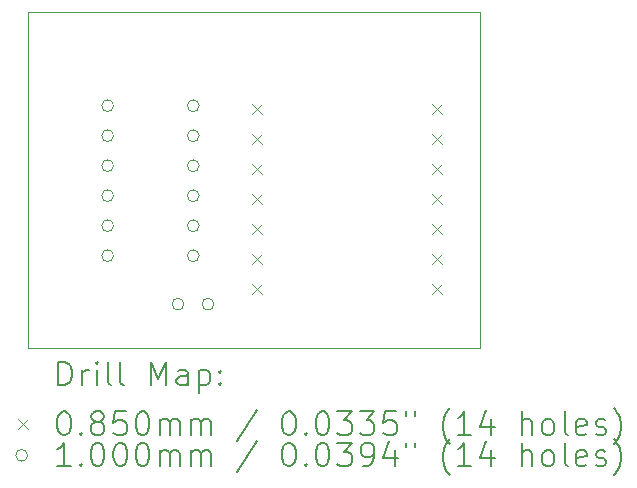
<source format=gbr>
%TF.GenerationSoftware,KiCad,Pcbnew,8.0.4-8.0.4-0~ubuntu22.04.1*%
%TF.CreationDate,2024-07-26T18:01:16+09:00*%
%TF.ProjectId,ESP32C3XIAO_mother,45535033-3243-4335-9849-414f5f6d6f74,rev?*%
%TF.SameCoordinates,Original*%
%TF.FileFunction,Drillmap*%
%TF.FilePolarity,Positive*%
%FSLAX45Y45*%
G04 Gerber Fmt 4.5, Leading zero omitted, Abs format (unit mm)*
G04 Created by KiCad (PCBNEW 8.0.4-8.0.4-0~ubuntu22.04.1) date 2024-07-26 18:01:16*
%MOMM*%
%LPD*%
G01*
G04 APERTURE LIST*
%ADD10C,0.050000*%
%ADD11C,0.200000*%
%ADD12C,0.100000*%
G04 APERTURE END LIST*
D10*
X11200000Y-6475000D02*
X15025000Y-6475000D01*
X15025000Y-9325000D01*
X11200000Y-9325000D01*
X11200000Y-6475000D01*
D11*
D12*
X13097000Y-7256600D02*
X13182000Y-7341600D01*
X13182000Y-7256600D02*
X13097000Y-7341600D01*
X13097000Y-7510600D02*
X13182000Y-7595600D01*
X13182000Y-7510600D02*
X13097000Y-7595600D01*
X13097000Y-7764600D02*
X13182000Y-7849600D01*
X13182000Y-7764600D02*
X13097000Y-7849600D01*
X13097000Y-8018600D02*
X13182000Y-8103600D01*
X13182000Y-8018600D02*
X13097000Y-8103600D01*
X13097000Y-8272600D02*
X13182000Y-8357600D01*
X13182000Y-8272600D02*
X13097000Y-8357600D01*
X13097000Y-8526600D02*
X13182000Y-8611600D01*
X13182000Y-8526600D02*
X13097000Y-8611600D01*
X13097000Y-8780600D02*
X13182000Y-8865600D01*
X13182000Y-8780600D02*
X13097000Y-8865600D01*
X14621000Y-7256600D02*
X14706000Y-7341600D01*
X14706000Y-7256600D02*
X14621000Y-7341600D01*
X14621000Y-7510600D02*
X14706000Y-7595600D01*
X14706000Y-7510600D02*
X14621000Y-7595600D01*
X14621000Y-7764600D02*
X14706000Y-7849600D01*
X14706000Y-7764600D02*
X14621000Y-7849600D01*
X14621000Y-8018600D02*
X14706000Y-8103600D01*
X14706000Y-8018600D02*
X14621000Y-8103600D01*
X14621000Y-8272600D02*
X14706000Y-8357600D01*
X14706000Y-8272600D02*
X14621000Y-8357600D01*
X14621000Y-8526600D02*
X14706000Y-8611600D01*
X14706000Y-8526600D02*
X14621000Y-8611600D01*
X14621000Y-8780600D02*
X14706000Y-8865600D01*
X14706000Y-8780600D02*
X14621000Y-8865600D01*
X11925000Y-7271000D02*
G75*
G02*
X11825000Y-7271000I-50000J0D01*
G01*
X11825000Y-7271000D02*
G75*
G02*
X11925000Y-7271000I50000J0D01*
G01*
X11925000Y-7525000D02*
G75*
G02*
X11825000Y-7525000I-50000J0D01*
G01*
X11825000Y-7525000D02*
G75*
G02*
X11925000Y-7525000I50000J0D01*
G01*
X11925000Y-7779000D02*
G75*
G02*
X11825000Y-7779000I-50000J0D01*
G01*
X11825000Y-7779000D02*
G75*
G02*
X11925000Y-7779000I50000J0D01*
G01*
X11925000Y-8033000D02*
G75*
G02*
X11825000Y-8033000I-50000J0D01*
G01*
X11825000Y-8033000D02*
G75*
G02*
X11925000Y-8033000I50000J0D01*
G01*
X11925000Y-8287000D02*
G75*
G02*
X11825000Y-8287000I-50000J0D01*
G01*
X11825000Y-8287000D02*
G75*
G02*
X11925000Y-8287000I50000J0D01*
G01*
X11925000Y-8541000D02*
G75*
G02*
X11825000Y-8541000I-50000J0D01*
G01*
X11825000Y-8541000D02*
G75*
G02*
X11925000Y-8541000I50000J0D01*
G01*
X12521000Y-8950000D02*
G75*
G02*
X12421000Y-8950000I-50000J0D01*
G01*
X12421000Y-8950000D02*
G75*
G02*
X12521000Y-8950000I50000J0D01*
G01*
X12650000Y-7271000D02*
G75*
G02*
X12550000Y-7271000I-50000J0D01*
G01*
X12550000Y-7271000D02*
G75*
G02*
X12650000Y-7271000I50000J0D01*
G01*
X12650000Y-7525000D02*
G75*
G02*
X12550000Y-7525000I-50000J0D01*
G01*
X12550000Y-7525000D02*
G75*
G02*
X12650000Y-7525000I50000J0D01*
G01*
X12650000Y-7779000D02*
G75*
G02*
X12550000Y-7779000I-50000J0D01*
G01*
X12550000Y-7779000D02*
G75*
G02*
X12650000Y-7779000I50000J0D01*
G01*
X12650000Y-8033000D02*
G75*
G02*
X12550000Y-8033000I-50000J0D01*
G01*
X12550000Y-8033000D02*
G75*
G02*
X12650000Y-8033000I50000J0D01*
G01*
X12650000Y-8287000D02*
G75*
G02*
X12550000Y-8287000I-50000J0D01*
G01*
X12550000Y-8287000D02*
G75*
G02*
X12650000Y-8287000I50000J0D01*
G01*
X12650000Y-8541000D02*
G75*
G02*
X12550000Y-8541000I-50000J0D01*
G01*
X12550000Y-8541000D02*
G75*
G02*
X12650000Y-8541000I50000J0D01*
G01*
X12775000Y-8950000D02*
G75*
G02*
X12675000Y-8950000I-50000J0D01*
G01*
X12675000Y-8950000D02*
G75*
G02*
X12775000Y-8950000I50000J0D01*
G01*
D11*
X11458277Y-9638984D02*
X11458277Y-9438984D01*
X11458277Y-9438984D02*
X11505896Y-9438984D01*
X11505896Y-9438984D02*
X11534467Y-9448508D01*
X11534467Y-9448508D02*
X11553515Y-9467555D01*
X11553515Y-9467555D02*
X11563039Y-9486603D01*
X11563039Y-9486603D02*
X11572562Y-9524698D01*
X11572562Y-9524698D02*
X11572562Y-9553270D01*
X11572562Y-9553270D02*
X11563039Y-9591365D01*
X11563039Y-9591365D02*
X11553515Y-9610412D01*
X11553515Y-9610412D02*
X11534467Y-9629460D01*
X11534467Y-9629460D02*
X11505896Y-9638984D01*
X11505896Y-9638984D02*
X11458277Y-9638984D01*
X11658277Y-9638984D02*
X11658277Y-9505650D01*
X11658277Y-9543746D02*
X11667801Y-9524698D01*
X11667801Y-9524698D02*
X11677324Y-9515174D01*
X11677324Y-9515174D02*
X11696372Y-9505650D01*
X11696372Y-9505650D02*
X11715420Y-9505650D01*
X11782086Y-9638984D02*
X11782086Y-9505650D01*
X11782086Y-9438984D02*
X11772562Y-9448508D01*
X11772562Y-9448508D02*
X11782086Y-9458031D01*
X11782086Y-9458031D02*
X11791610Y-9448508D01*
X11791610Y-9448508D02*
X11782086Y-9438984D01*
X11782086Y-9438984D02*
X11782086Y-9458031D01*
X11905896Y-9638984D02*
X11886848Y-9629460D01*
X11886848Y-9629460D02*
X11877324Y-9610412D01*
X11877324Y-9610412D02*
X11877324Y-9438984D01*
X12010658Y-9638984D02*
X11991610Y-9629460D01*
X11991610Y-9629460D02*
X11982086Y-9610412D01*
X11982086Y-9610412D02*
X11982086Y-9438984D01*
X12239229Y-9638984D02*
X12239229Y-9438984D01*
X12239229Y-9438984D02*
X12305896Y-9581841D01*
X12305896Y-9581841D02*
X12372562Y-9438984D01*
X12372562Y-9438984D02*
X12372562Y-9638984D01*
X12553515Y-9638984D02*
X12553515Y-9534222D01*
X12553515Y-9534222D02*
X12543991Y-9515174D01*
X12543991Y-9515174D02*
X12524943Y-9505650D01*
X12524943Y-9505650D02*
X12486848Y-9505650D01*
X12486848Y-9505650D02*
X12467801Y-9515174D01*
X12553515Y-9629460D02*
X12534467Y-9638984D01*
X12534467Y-9638984D02*
X12486848Y-9638984D01*
X12486848Y-9638984D02*
X12467801Y-9629460D01*
X12467801Y-9629460D02*
X12458277Y-9610412D01*
X12458277Y-9610412D02*
X12458277Y-9591365D01*
X12458277Y-9591365D02*
X12467801Y-9572317D01*
X12467801Y-9572317D02*
X12486848Y-9562793D01*
X12486848Y-9562793D02*
X12534467Y-9562793D01*
X12534467Y-9562793D02*
X12553515Y-9553270D01*
X12648753Y-9505650D02*
X12648753Y-9705650D01*
X12648753Y-9515174D02*
X12667801Y-9505650D01*
X12667801Y-9505650D02*
X12705896Y-9505650D01*
X12705896Y-9505650D02*
X12724943Y-9515174D01*
X12724943Y-9515174D02*
X12734467Y-9524698D01*
X12734467Y-9524698D02*
X12743991Y-9543746D01*
X12743991Y-9543746D02*
X12743991Y-9600889D01*
X12743991Y-9600889D02*
X12734467Y-9619936D01*
X12734467Y-9619936D02*
X12724943Y-9629460D01*
X12724943Y-9629460D02*
X12705896Y-9638984D01*
X12705896Y-9638984D02*
X12667801Y-9638984D01*
X12667801Y-9638984D02*
X12648753Y-9629460D01*
X12829705Y-9619936D02*
X12839229Y-9629460D01*
X12839229Y-9629460D02*
X12829705Y-9638984D01*
X12829705Y-9638984D02*
X12820182Y-9629460D01*
X12820182Y-9629460D02*
X12829705Y-9619936D01*
X12829705Y-9619936D02*
X12829705Y-9638984D01*
X12829705Y-9515174D02*
X12839229Y-9524698D01*
X12839229Y-9524698D02*
X12829705Y-9534222D01*
X12829705Y-9534222D02*
X12820182Y-9524698D01*
X12820182Y-9524698D02*
X12829705Y-9515174D01*
X12829705Y-9515174D02*
X12829705Y-9534222D01*
D12*
X11112500Y-9925000D02*
X11197500Y-10010000D01*
X11197500Y-9925000D02*
X11112500Y-10010000D01*
D11*
X11496372Y-9858984D02*
X11515420Y-9858984D01*
X11515420Y-9858984D02*
X11534467Y-9868508D01*
X11534467Y-9868508D02*
X11543991Y-9878031D01*
X11543991Y-9878031D02*
X11553515Y-9897079D01*
X11553515Y-9897079D02*
X11563039Y-9935174D01*
X11563039Y-9935174D02*
X11563039Y-9982793D01*
X11563039Y-9982793D02*
X11553515Y-10020889D01*
X11553515Y-10020889D02*
X11543991Y-10039936D01*
X11543991Y-10039936D02*
X11534467Y-10049460D01*
X11534467Y-10049460D02*
X11515420Y-10058984D01*
X11515420Y-10058984D02*
X11496372Y-10058984D01*
X11496372Y-10058984D02*
X11477324Y-10049460D01*
X11477324Y-10049460D02*
X11467801Y-10039936D01*
X11467801Y-10039936D02*
X11458277Y-10020889D01*
X11458277Y-10020889D02*
X11448753Y-9982793D01*
X11448753Y-9982793D02*
X11448753Y-9935174D01*
X11448753Y-9935174D02*
X11458277Y-9897079D01*
X11458277Y-9897079D02*
X11467801Y-9878031D01*
X11467801Y-9878031D02*
X11477324Y-9868508D01*
X11477324Y-9868508D02*
X11496372Y-9858984D01*
X11648753Y-10039936D02*
X11658277Y-10049460D01*
X11658277Y-10049460D02*
X11648753Y-10058984D01*
X11648753Y-10058984D02*
X11639229Y-10049460D01*
X11639229Y-10049460D02*
X11648753Y-10039936D01*
X11648753Y-10039936D02*
X11648753Y-10058984D01*
X11772562Y-9944698D02*
X11753515Y-9935174D01*
X11753515Y-9935174D02*
X11743991Y-9925650D01*
X11743991Y-9925650D02*
X11734467Y-9906603D01*
X11734467Y-9906603D02*
X11734467Y-9897079D01*
X11734467Y-9897079D02*
X11743991Y-9878031D01*
X11743991Y-9878031D02*
X11753515Y-9868508D01*
X11753515Y-9868508D02*
X11772562Y-9858984D01*
X11772562Y-9858984D02*
X11810658Y-9858984D01*
X11810658Y-9858984D02*
X11829705Y-9868508D01*
X11829705Y-9868508D02*
X11839229Y-9878031D01*
X11839229Y-9878031D02*
X11848753Y-9897079D01*
X11848753Y-9897079D02*
X11848753Y-9906603D01*
X11848753Y-9906603D02*
X11839229Y-9925650D01*
X11839229Y-9925650D02*
X11829705Y-9935174D01*
X11829705Y-9935174D02*
X11810658Y-9944698D01*
X11810658Y-9944698D02*
X11772562Y-9944698D01*
X11772562Y-9944698D02*
X11753515Y-9954222D01*
X11753515Y-9954222D02*
X11743991Y-9963746D01*
X11743991Y-9963746D02*
X11734467Y-9982793D01*
X11734467Y-9982793D02*
X11734467Y-10020889D01*
X11734467Y-10020889D02*
X11743991Y-10039936D01*
X11743991Y-10039936D02*
X11753515Y-10049460D01*
X11753515Y-10049460D02*
X11772562Y-10058984D01*
X11772562Y-10058984D02*
X11810658Y-10058984D01*
X11810658Y-10058984D02*
X11829705Y-10049460D01*
X11829705Y-10049460D02*
X11839229Y-10039936D01*
X11839229Y-10039936D02*
X11848753Y-10020889D01*
X11848753Y-10020889D02*
X11848753Y-9982793D01*
X11848753Y-9982793D02*
X11839229Y-9963746D01*
X11839229Y-9963746D02*
X11829705Y-9954222D01*
X11829705Y-9954222D02*
X11810658Y-9944698D01*
X12029705Y-9858984D02*
X11934467Y-9858984D01*
X11934467Y-9858984D02*
X11924943Y-9954222D01*
X11924943Y-9954222D02*
X11934467Y-9944698D01*
X11934467Y-9944698D02*
X11953515Y-9935174D01*
X11953515Y-9935174D02*
X12001134Y-9935174D01*
X12001134Y-9935174D02*
X12020182Y-9944698D01*
X12020182Y-9944698D02*
X12029705Y-9954222D01*
X12029705Y-9954222D02*
X12039229Y-9973270D01*
X12039229Y-9973270D02*
X12039229Y-10020889D01*
X12039229Y-10020889D02*
X12029705Y-10039936D01*
X12029705Y-10039936D02*
X12020182Y-10049460D01*
X12020182Y-10049460D02*
X12001134Y-10058984D01*
X12001134Y-10058984D02*
X11953515Y-10058984D01*
X11953515Y-10058984D02*
X11934467Y-10049460D01*
X11934467Y-10049460D02*
X11924943Y-10039936D01*
X12163039Y-9858984D02*
X12182086Y-9858984D01*
X12182086Y-9858984D02*
X12201134Y-9868508D01*
X12201134Y-9868508D02*
X12210658Y-9878031D01*
X12210658Y-9878031D02*
X12220182Y-9897079D01*
X12220182Y-9897079D02*
X12229705Y-9935174D01*
X12229705Y-9935174D02*
X12229705Y-9982793D01*
X12229705Y-9982793D02*
X12220182Y-10020889D01*
X12220182Y-10020889D02*
X12210658Y-10039936D01*
X12210658Y-10039936D02*
X12201134Y-10049460D01*
X12201134Y-10049460D02*
X12182086Y-10058984D01*
X12182086Y-10058984D02*
X12163039Y-10058984D01*
X12163039Y-10058984D02*
X12143991Y-10049460D01*
X12143991Y-10049460D02*
X12134467Y-10039936D01*
X12134467Y-10039936D02*
X12124943Y-10020889D01*
X12124943Y-10020889D02*
X12115420Y-9982793D01*
X12115420Y-9982793D02*
X12115420Y-9935174D01*
X12115420Y-9935174D02*
X12124943Y-9897079D01*
X12124943Y-9897079D02*
X12134467Y-9878031D01*
X12134467Y-9878031D02*
X12143991Y-9868508D01*
X12143991Y-9868508D02*
X12163039Y-9858984D01*
X12315420Y-10058984D02*
X12315420Y-9925650D01*
X12315420Y-9944698D02*
X12324943Y-9935174D01*
X12324943Y-9935174D02*
X12343991Y-9925650D01*
X12343991Y-9925650D02*
X12372563Y-9925650D01*
X12372563Y-9925650D02*
X12391610Y-9935174D01*
X12391610Y-9935174D02*
X12401134Y-9954222D01*
X12401134Y-9954222D02*
X12401134Y-10058984D01*
X12401134Y-9954222D02*
X12410658Y-9935174D01*
X12410658Y-9935174D02*
X12429705Y-9925650D01*
X12429705Y-9925650D02*
X12458277Y-9925650D01*
X12458277Y-9925650D02*
X12477324Y-9935174D01*
X12477324Y-9935174D02*
X12486848Y-9954222D01*
X12486848Y-9954222D02*
X12486848Y-10058984D01*
X12582086Y-10058984D02*
X12582086Y-9925650D01*
X12582086Y-9944698D02*
X12591610Y-9935174D01*
X12591610Y-9935174D02*
X12610658Y-9925650D01*
X12610658Y-9925650D02*
X12639229Y-9925650D01*
X12639229Y-9925650D02*
X12658277Y-9935174D01*
X12658277Y-9935174D02*
X12667801Y-9954222D01*
X12667801Y-9954222D02*
X12667801Y-10058984D01*
X12667801Y-9954222D02*
X12677324Y-9935174D01*
X12677324Y-9935174D02*
X12696372Y-9925650D01*
X12696372Y-9925650D02*
X12724943Y-9925650D01*
X12724943Y-9925650D02*
X12743991Y-9935174D01*
X12743991Y-9935174D02*
X12753515Y-9954222D01*
X12753515Y-9954222D02*
X12753515Y-10058984D01*
X13143991Y-9849460D02*
X12972563Y-10106603D01*
X13401134Y-9858984D02*
X13420182Y-9858984D01*
X13420182Y-9858984D02*
X13439229Y-9868508D01*
X13439229Y-9868508D02*
X13448753Y-9878031D01*
X13448753Y-9878031D02*
X13458277Y-9897079D01*
X13458277Y-9897079D02*
X13467801Y-9935174D01*
X13467801Y-9935174D02*
X13467801Y-9982793D01*
X13467801Y-9982793D02*
X13458277Y-10020889D01*
X13458277Y-10020889D02*
X13448753Y-10039936D01*
X13448753Y-10039936D02*
X13439229Y-10049460D01*
X13439229Y-10049460D02*
X13420182Y-10058984D01*
X13420182Y-10058984D02*
X13401134Y-10058984D01*
X13401134Y-10058984D02*
X13382086Y-10049460D01*
X13382086Y-10049460D02*
X13372563Y-10039936D01*
X13372563Y-10039936D02*
X13363039Y-10020889D01*
X13363039Y-10020889D02*
X13353515Y-9982793D01*
X13353515Y-9982793D02*
X13353515Y-9935174D01*
X13353515Y-9935174D02*
X13363039Y-9897079D01*
X13363039Y-9897079D02*
X13372563Y-9878031D01*
X13372563Y-9878031D02*
X13382086Y-9868508D01*
X13382086Y-9868508D02*
X13401134Y-9858984D01*
X13553515Y-10039936D02*
X13563039Y-10049460D01*
X13563039Y-10049460D02*
X13553515Y-10058984D01*
X13553515Y-10058984D02*
X13543991Y-10049460D01*
X13543991Y-10049460D02*
X13553515Y-10039936D01*
X13553515Y-10039936D02*
X13553515Y-10058984D01*
X13686848Y-9858984D02*
X13705896Y-9858984D01*
X13705896Y-9858984D02*
X13724944Y-9868508D01*
X13724944Y-9868508D02*
X13734467Y-9878031D01*
X13734467Y-9878031D02*
X13743991Y-9897079D01*
X13743991Y-9897079D02*
X13753515Y-9935174D01*
X13753515Y-9935174D02*
X13753515Y-9982793D01*
X13753515Y-9982793D02*
X13743991Y-10020889D01*
X13743991Y-10020889D02*
X13734467Y-10039936D01*
X13734467Y-10039936D02*
X13724944Y-10049460D01*
X13724944Y-10049460D02*
X13705896Y-10058984D01*
X13705896Y-10058984D02*
X13686848Y-10058984D01*
X13686848Y-10058984D02*
X13667801Y-10049460D01*
X13667801Y-10049460D02*
X13658277Y-10039936D01*
X13658277Y-10039936D02*
X13648753Y-10020889D01*
X13648753Y-10020889D02*
X13639229Y-9982793D01*
X13639229Y-9982793D02*
X13639229Y-9935174D01*
X13639229Y-9935174D02*
X13648753Y-9897079D01*
X13648753Y-9897079D02*
X13658277Y-9878031D01*
X13658277Y-9878031D02*
X13667801Y-9868508D01*
X13667801Y-9868508D02*
X13686848Y-9858984D01*
X13820182Y-9858984D02*
X13943991Y-9858984D01*
X13943991Y-9858984D02*
X13877325Y-9935174D01*
X13877325Y-9935174D02*
X13905896Y-9935174D01*
X13905896Y-9935174D02*
X13924944Y-9944698D01*
X13924944Y-9944698D02*
X13934467Y-9954222D01*
X13934467Y-9954222D02*
X13943991Y-9973270D01*
X13943991Y-9973270D02*
X13943991Y-10020889D01*
X13943991Y-10020889D02*
X13934467Y-10039936D01*
X13934467Y-10039936D02*
X13924944Y-10049460D01*
X13924944Y-10049460D02*
X13905896Y-10058984D01*
X13905896Y-10058984D02*
X13848753Y-10058984D01*
X13848753Y-10058984D02*
X13829706Y-10049460D01*
X13829706Y-10049460D02*
X13820182Y-10039936D01*
X14010658Y-9858984D02*
X14134467Y-9858984D01*
X14134467Y-9858984D02*
X14067801Y-9935174D01*
X14067801Y-9935174D02*
X14096372Y-9935174D01*
X14096372Y-9935174D02*
X14115420Y-9944698D01*
X14115420Y-9944698D02*
X14124944Y-9954222D01*
X14124944Y-9954222D02*
X14134467Y-9973270D01*
X14134467Y-9973270D02*
X14134467Y-10020889D01*
X14134467Y-10020889D02*
X14124944Y-10039936D01*
X14124944Y-10039936D02*
X14115420Y-10049460D01*
X14115420Y-10049460D02*
X14096372Y-10058984D01*
X14096372Y-10058984D02*
X14039229Y-10058984D01*
X14039229Y-10058984D02*
X14020182Y-10049460D01*
X14020182Y-10049460D02*
X14010658Y-10039936D01*
X14315420Y-9858984D02*
X14220182Y-9858984D01*
X14220182Y-9858984D02*
X14210658Y-9954222D01*
X14210658Y-9954222D02*
X14220182Y-9944698D01*
X14220182Y-9944698D02*
X14239229Y-9935174D01*
X14239229Y-9935174D02*
X14286848Y-9935174D01*
X14286848Y-9935174D02*
X14305896Y-9944698D01*
X14305896Y-9944698D02*
X14315420Y-9954222D01*
X14315420Y-9954222D02*
X14324944Y-9973270D01*
X14324944Y-9973270D02*
X14324944Y-10020889D01*
X14324944Y-10020889D02*
X14315420Y-10039936D01*
X14315420Y-10039936D02*
X14305896Y-10049460D01*
X14305896Y-10049460D02*
X14286848Y-10058984D01*
X14286848Y-10058984D02*
X14239229Y-10058984D01*
X14239229Y-10058984D02*
X14220182Y-10049460D01*
X14220182Y-10049460D02*
X14210658Y-10039936D01*
X14401134Y-9858984D02*
X14401134Y-9897079D01*
X14477325Y-9858984D02*
X14477325Y-9897079D01*
X14772563Y-10135174D02*
X14763039Y-10125650D01*
X14763039Y-10125650D02*
X14743991Y-10097079D01*
X14743991Y-10097079D02*
X14734468Y-10078031D01*
X14734468Y-10078031D02*
X14724944Y-10049460D01*
X14724944Y-10049460D02*
X14715420Y-10001841D01*
X14715420Y-10001841D02*
X14715420Y-9963746D01*
X14715420Y-9963746D02*
X14724944Y-9916127D01*
X14724944Y-9916127D02*
X14734468Y-9887555D01*
X14734468Y-9887555D02*
X14743991Y-9868508D01*
X14743991Y-9868508D02*
X14763039Y-9839936D01*
X14763039Y-9839936D02*
X14772563Y-9830412D01*
X14953515Y-10058984D02*
X14839229Y-10058984D01*
X14896372Y-10058984D02*
X14896372Y-9858984D01*
X14896372Y-9858984D02*
X14877325Y-9887555D01*
X14877325Y-9887555D02*
X14858277Y-9906603D01*
X14858277Y-9906603D02*
X14839229Y-9916127D01*
X15124944Y-9925650D02*
X15124944Y-10058984D01*
X15077325Y-9849460D02*
X15029706Y-9992317D01*
X15029706Y-9992317D02*
X15153515Y-9992317D01*
X15382087Y-10058984D02*
X15382087Y-9858984D01*
X15467801Y-10058984D02*
X15467801Y-9954222D01*
X15467801Y-9954222D02*
X15458277Y-9935174D01*
X15458277Y-9935174D02*
X15439230Y-9925650D01*
X15439230Y-9925650D02*
X15410658Y-9925650D01*
X15410658Y-9925650D02*
X15391610Y-9935174D01*
X15391610Y-9935174D02*
X15382087Y-9944698D01*
X15591610Y-10058984D02*
X15572563Y-10049460D01*
X15572563Y-10049460D02*
X15563039Y-10039936D01*
X15563039Y-10039936D02*
X15553515Y-10020889D01*
X15553515Y-10020889D02*
X15553515Y-9963746D01*
X15553515Y-9963746D02*
X15563039Y-9944698D01*
X15563039Y-9944698D02*
X15572563Y-9935174D01*
X15572563Y-9935174D02*
X15591610Y-9925650D01*
X15591610Y-9925650D02*
X15620182Y-9925650D01*
X15620182Y-9925650D02*
X15639230Y-9935174D01*
X15639230Y-9935174D02*
X15648753Y-9944698D01*
X15648753Y-9944698D02*
X15658277Y-9963746D01*
X15658277Y-9963746D02*
X15658277Y-10020889D01*
X15658277Y-10020889D02*
X15648753Y-10039936D01*
X15648753Y-10039936D02*
X15639230Y-10049460D01*
X15639230Y-10049460D02*
X15620182Y-10058984D01*
X15620182Y-10058984D02*
X15591610Y-10058984D01*
X15772563Y-10058984D02*
X15753515Y-10049460D01*
X15753515Y-10049460D02*
X15743991Y-10030412D01*
X15743991Y-10030412D02*
X15743991Y-9858984D01*
X15924944Y-10049460D02*
X15905896Y-10058984D01*
X15905896Y-10058984D02*
X15867801Y-10058984D01*
X15867801Y-10058984D02*
X15848753Y-10049460D01*
X15848753Y-10049460D02*
X15839230Y-10030412D01*
X15839230Y-10030412D02*
X15839230Y-9954222D01*
X15839230Y-9954222D02*
X15848753Y-9935174D01*
X15848753Y-9935174D02*
X15867801Y-9925650D01*
X15867801Y-9925650D02*
X15905896Y-9925650D01*
X15905896Y-9925650D02*
X15924944Y-9935174D01*
X15924944Y-9935174D02*
X15934468Y-9954222D01*
X15934468Y-9954222D02*
X15934468Y-9973270D01*
X15934468Y-9973270D02*
X15839230Y-9992317D01*
X16010658Y-10049460D02*
X16029706Y-10058984D01*
X16029706Y-10058984D02*
X16067801Y-10058984D01*
X16067801Y-10058984D02*
X16086849Y-10049460D01*
X16086849Y-10049460D02*
X16096372Y-10030412D01*
X16096372Y-10030412D02*
X16096372Y-10020889D01*
X16096372Y-10020889D02*
X16086849Y-10001841D01*
X16086849Y-10001841D02*
X16067801Y-9992317D01*
X16067801Y-9992317D02*
X16039230Y-9992317D01*
X16039230Y-9992317D02*
X16020182Y-9982793D01*
X16020182Y-9982793D02*
X16010658Y-9963746D01*
X16010658Y-9963746D02*
X16010658Y-9954222D01*
X16010658Y-9954222D02*
X16020182Y-9935174D01*
X16020182Y-9935174D02*
X16039230Y-9925650D01*
X16039230Y-9925650D02*
X16067801Y-9925650D01*
X16067801Y-9925650D02*
X16086849Y-9935174D01*
X16163039Y-10135174D02*
X16172563Y-10125650D01*
X16172563Y-10125650D02*
X16191611Y-10097079D01*
X16191611Y-10097079D02*
X16201134Y-10078031D01*
X16201134Y-10078031D02*
X16210658Y-10049460D01*
X16210658Y-10049460D02*
X16220182Y-10001841D01*
X16220182Y-10001841D02*
X16220182Y-9963746D01*
X16220182Y-9963746D02*
X16210658Y-9916127D01*
X16210658Y-9916127D02*
X16201134Y-9887555D01*
X16201134Y-9887555D02*
X16191611Y-9868508D01*
X16191611Y-9868508D02*
X16172563Y-9839936D01*
X16172563Y-9839936D02*
X16163039Y-9830412D01*
D12*
X11197500Y-10231500D02*
G75*
G02*
X11097500Y-10231500I-50000J0D01*
G01*
X11097500Y-10231500D02*
G75*
G02*
X11197500Y-10231500I50000J0D01*
G01*
D11*
X11563039Y-10322984D02*
X11448753Y-10322984D01*
X11505896Y-10322984D02*
X11505896Y-10122984D01*
X11505896Y-10122984D02*
X11486848Y-10151555D01*
X11486848Y-10151555D02*
X11467801Y-10170603D01*
X11467801Y-10170603D02*
X11448753Y-10180127D01*
X11648753Y-10303936D02*
X11658277Y-10313460D01*
X11658277Y-10313460D02*
X11648753Y-10322984D01*
X11648753Y-10322984D02*
X11639229Y-10313460D01*
X11639229Y-10313460D02*
X11648753Y-10303936D01*
X11648753Y-10303936D02*
X11648753Y-10322984D01*
X11782086Y-10122984D02*
X11801134Y-10122984D01*
X11801134Y-10122984D02*
X11820182Y-10132508D01*
X11820182Y-10132508D02*
X11829705Y-10142031D01*
X11829705Y-10142031D02*
X11839229Y-10161079D01*
X11839229Y-10161079D02*
X11848753Y-10199174D01*
X11848753Y-10199174D02*
X11848753Y-10246793D01*
X11848753Y-10246793D02*
X11839229Y-10284889D01*
X11839229Y-10284889D02*
X11829705Y-10303936D01*
X11829705Y-10303936D02*
X11820182Y-10313460D01*
X11820182Y-10313460D02*
X11801134Y-10322984D01*
X11801134Y-10322984D02*
X11782086Y-10322984D01*
X11782086Y-10322984D02*
X11763039Y-10313460D01*
X11763039Y-10313460D02*
X11753515Y-10303936D01*
X11753515Y-10303936D02*
X11743991Y-10284889D01*
X11743991Y-10284889D02*
X11734467Y-10246793D01*
X11734467Y-10246793D02*
X11734467Y-10199174D01*
X11734467Y-10199174D02*
X11743991Y-10161079D01*
X11743991Y-10161079D02*
X11753515Y-10142031D01*
X11753515Y-10142031D02*
X11763039Y-10132508D01*
X11763039Y-10132508D02*
X11782086Y-10122984D01*
X11972562Y-10122984D02*
X11991610Y-10122984D01*
X11991610Y-10122984D02*
X12010658Y-10132508D01*
X12010658Y-10132508D02*
X12020182Y-10142031D01*
X12020182Y-10142031D02*
X12029705Y-10161079D01*
X12029705Y-10161079D02*
X12039229Y-10199174D01*
X12039229Y-10199174D02*
X12039229Y-10246793D01*
X12039229Y-10246793D02*
X12029705Y-10284889D01*
X12029705Y-10284889D02*
X12020182Y-10303936D01*
X12020182Y-10303936D02*
X12010658Y-10313460D01*
X12010658Y-10313460D02*
X11991610Y-10322984D01*
X11991610Y-10322984D02*
X11972562Y-10322984D01*
X11972562Y-10322984D02*
X11953515Y-10313460D01*
X11953515Y-10313460D02*
X11943991Y-10303936D01*
X11943991Y-10303936D02*
X11934467Y-10284889D01*
X11934467Y-10284889D02*
X11924943Y-10246793D01*
X11924943Y-10246793D02*
X11924943Y-10199174D01*
X11924943Y-10199174D02*
X11934467Y-10161079D01*
X11934467Y-10161079D02*
X11943991Y-10142031D01*
X11943991Y-10142031D02*
X11953515Y-10132508D01*
X11953515Y-10132508D02*
X11972562Y-10122984D01*
X12163039Y-10122984D02*
X12182086Y-10122984D01*
X12182086Y-10122984D02*
X12201134Y-10132508D01*
X12201134Y-10132508D02*
X12210658Y-10142031D01*
X12210658Y-10142031D02*
X12220182Y-10161079D01*
X12220182Y-10161079D02*
X12229705Y-10199174D01*
X12229705Y-10199174D02*
X12229705Y-10246793D01*
X12229705Y-10246793D02*
X12220182Y-10284889D01*
X12220182Y-10284889D02*
X12210658Y-10303936D01*
X12210658Y-10303936D02*
X12201134Y-10313460D01*
X12201134Y-10313460D02*
X12182086Y-10322984D01*
X12182086Y-10322984D02*
X12163039Y-10322984D01*
X12163039Y-10322984D02*
X12143991Y-10313460D01*
X12143991Y-10313460D02*
X12134467Y-10303936D01*
X12134467Y-10303936D02*
X12124943Y-10284889D01*
X12124943Y-10284889D02*
X12115420Y-10246793D01*
X12115420Y-10246793D02*
X12115420Y-10199174D01*
X12115420Y-10199174D02*
X12124943Y-10161079D01*
X12124943Y-10161079D02*
X12134467Y-10142031D01*
X12134467Y-10142031D02*
X12143991Y-10132508D01*
X12143991Y-10132508D02*
X12163039Y-10122984D01*
X12315420Y-10322984D02*
X12315420Y-10189650D01*
X12315420Y-10208698D02*
X12324943Y-10199174D01*
X12324943Y-10199174D02*
X12343991Y-10189650D01*
X12343991Y-10189650D02*
X12372563Y-10189650D01*
X12372563Y-10189650D02*
X12391610Y-10199174D01*
X12391610Y-10199174D02*
X12401134Y-10218222D01*
X12401134Y-10218222D02*
X12401134Y-10322984D01*
X12401134Y-10218222D02*
X12410658Y-10199174D01*
X12410658Y-10199174D02*
X12429705Y-10189650D01*
X12429705Y-10189650D02*
X12458277Y-10189650D01*
X12458277Y-10189650D02*
X12477324Y-10199174D01*
X12477324Y-10199174D02*
X12486848Y-10218222D01*
X12486848Y-10218222D02*
X12486848Y-10322984D01*
X12582086Y-10322984D02*
X12582086Y-10189650D01*
X12582086Y-10208698D02*
X12591610Y-10199174D01*
X12591610Y-10199174D02*
X12610658Y-10189650D01*
X12610658Y-10189650D02*
X12639229Y-10189650D01*
X12639229Y-10189650D02*
X12658277Y-10199174D01*
X12658277Y-10199174D02*
X12667801Y-10218222D01*
X12667801Y-10218222D02*
X12667801Y-10322984D01*
X12667801Y-10218222D02*
X12677324Y-10199174D01*
X12677324Y-10199174D02*
X12696372Y-10189650D01*
X12696372Y-10189650D02*
X12724943Y-10189650D01*
X12724943Y-10189650D02*
X12743991Y-10199174D01*
X12743991Y-10199174D02*
X12753515Y-10218222D01*
X12753515Y-10218222D02*
X12753515Y-10322984D01*
X13143991Y-10113460D02*
X12972563Y-10370603D01*
X13401134Y-10122984D02*
X13420182Y-10122984D01*
X13420182Y-10122984D02*
X13439229Y-10132508D01*
X13439229Y-10132508D02*
X13448753Y-10142031D01*
X13448753Y-10142031D02*
X13458277Y-10161079D01*
X13458277Y-10161079D02*
X13467801Y-10199174D01*
X13467801Y-10199174D02*
X13467801Y-10246793D01*
X13467801Y-10246793D02*
X13458277Y-10284889D01*
X13458277Y-10284889D02*
X13448753Y-10303936D01*
X13448753Y-10303936D02*
X13439229Y-10313460D01*
X13439229Y-10313460D02*
X13420182Y-10322984D01*
X13420182Y-10322984D02*
X13401134Y-10322984D01*
X13401134Y-10322984D02*
X13382086Y-10313460D01*
X13382086Y-10313460D02*
X13372563Y-10303936D01*
X13372563Y-10303936D02*
X13363039Y-10284889D01*
X13363039Y-10284889D02*
X13353515Y-10246793D01*
X13353515Y-10246793D02*
X13353515Y-10199174D01*
X13353515Y-10199174D02*
X13363039Y-10161079D01*
X13363039Y-10161079D02*
X13372563Y-10142031D01*
X13372563Y-10142031D02*
X13382086Y-10132508D01*
X13382086Y-10132508D02*
X13401134Y-10122984D01*
X13553515Y-10303936D02*
X13563039Y-10313460D01*
X13563039Y-10313460D02*
X13553515Y-10322984D01*
X13553515Y-10322984D02*
X13543991Y-10313460D01*
X13543991Y-10313460D02*
X13553515Y-10303936D01*
X13553515Y-10303936D02*
X13553515Y-10322984D01*
X13686848Y-10122984D02*
X13705896Y-10122984D01*
X13705896Y-10122984D02*
X13724944Y-10132508D01*
X13724944Y-10132508D02*
X13734467Y-10142031D01*
X13734467Y-10142031D02*
X13743991Y-10161079D01*
X13743991Y-10161079D02*
X13753515Y-10199174D01*
X13753515Y-10199174D02*
X13753515Y-10246793D01*
X13753515Y-10246793D02*
X13743991Y-10284889D01*
X13743991Y-10284889D02*
X13734467Y-10303936D01*
X13734467Y-10303936D02*
X13724944Y-10313460D01*
X13724944Y-10313460D02*
X13705896Y-10322984D01*
X13705896Y-10322984D02*
X13686848Y-10322984D01*
X13686848Y-10322984D02*
X13667801Y-10313460D01*
X13667801Y-10313460D02*
X13658277Y-10303936D01*
X13658277Y-10303936D02*
X13648753Y-10284889D01*
X13648753Y-10284889D02*
X13639229Y-10246793D01*
X13639229Y-10246793D02*
X13639229Y-10199174D01*
X13639229Y-10199174D02*
X13648753Y-10161079D01*
X13648753Y-10161079D02*
X13658277Y-10142031D01*
X13658277Y-10142031D02*
X13667801Y-10132508D01*
X13667801Y-10132508D02*
X13686848Y-10122984D01*
X13820182Y-10122984D02*
X13943991Y-10122984D01*
X13943991Y-10122984D02*
X13877325Y-10199174D01*
X13877325Y-10199174D02*
X13905896Y-10199174D01*
X13905896Y-10199174D02*
X13924944Y-10208698D01*
X13924944Y-10208698D02*
X13934467Y-10218222D01*
X13934467Y-10218222D02*
X13943991Y-10237270D01*
X13943991Y-10237270D02*
X13943991Y-10284889D01*
X13943991Y-10284889D02*
X13934467Y-10303936D01*
X13934467Y-10303936D02*
X13924944Y-10313460D01*
X13924944Y-10313460D02*
X13905896Y-10322984D01*
X13905896Y-10322984D02*
X13848753Y-10322984D01*
X13848753Y-10322984D02*
X13829706Y-10313460D01*
X13829706Y-10313460D02*
X13820182Y-10303936D01*
X14039229Y-10322984D02*
X14077325Y-10322984D01*
X14077325Y-10322984D02*
X14096372Y-10313460D01*
X14096372Y-10313460D02*
X14105896Y-10303936D01*
X14105896Y-10303936D02*
X14124944Y-10275365D01*
X14124944Y-10275365D02*
X14134467Y-10237270D01*
X14134467Y-10237270D02*
X14134467Y-10161079D01*
X14134467Y-10161079D02*
X14124944Y-10142031D01*
X14124944Y-10142031D02*
X14115420Y-10132508D01*
X14115420Y-10132508D02*
X14096372Y-10122984D01*
X14096372Y-10122984D02*
X14058277Y-10122984D01*
X14058277Y-10122984D02*
X14039229Y-10132508D01*
X14039229Y-10132508D02*
X14029706Y-10142031D01*
X14029706Y-10142031D02*
X14020182Y-10161079D01*
X14020182Y-10161079D02*
X14020182Y-10208698D01*
X14020182Y-10208698D02*
X14029706Y-10227746D01*
X14029706Y-10227746D02*
X14039229Y-10237270D01*
X14039229Y-10237270D02*
X14058277Y-10246793D01*
X14058277Y-10246793D02*
X14096372Y-10246793D01*
X14096372Y-10246793D02*
X14115420Y-10237270D01*
X14115420Y-10237270D02*
X14124944Y-10227746D01*
X14124944Y-10227746D02*
X14134467Y-10208698D01*
X14305896Y-10189650D02*
X14305896Y-10322984D01*
X14258277Y-10113460D02*
X14210658Y-10256317D01*
X14210658Y-10256317D02*
X14334467Y-10256317D01*
X14401134Y-10122984D02*
X14401134Y-10161079D01*
X14477325Y-10122984D02*
X14477325Y-10161079D01*
X14772563Y-10399174D02*
X14763039Y-10389650D01*
X14763039Y-10389650D02*
X14743991Y-10361079D01*
X14743991Y-10361079D02*
X14734468Y-10342031D01*
X14734468Y-10342031D02*
X14724944Y-10313460D01*
X14724944Y-10313460D02*
X14715420Y-10265841D01*
X14715420Y-10265841D02*
X14715420Y-10227746D01*
X14715420Y-10227746D02*
X14724944Y-10180127D01*
X14724944Y-10180127D02*
X14734468Y-10151555D01*
X14734468Y-10151555D02*
X14743991Y-10132508D01*
X14743991Y-10132508D02*
X14763039Y-10103936D01*
X14763039Y-10103936D02*
X14772563Y-10094412D01*
X14953515Y-10322984D02*
X14839229Y-10322984D01*
X14896372Y-10322984D02*
X14896372Y-10122984D01*
X14896372Y-10122984D02*
X14877325Y-10151555D01*
X14877325Y-10151555D02*
X14858277Y-10170603D01*
X14858277Y-10170603D02*
X14839229Y-10180127D01*
X15124944Y-10189650D02*
X15124944Y-10322984D01*
X15077325Y-10113460D02*
X15029706Y-10256317D01*
X15029706Y-10256317D02*
X15153515Y-10256317D01*
X15382087Y-10322984D02*
X15382087Y-10122984D01*
X15467801Y-10322984D02*
X15467801Y-10218222D01*
X15467801Y-10218222D02*
X15458277Y-10199174D01*
X15458277Y-10199174D02*
X15439230Y-10189650D01*
X15439230Y-10189650D02*
X15410658Y-10189650D01*
X15410658Y-10189650D02*
X15391610Y-10199174D01*
X15391610Y-10199174D02*
X15382087Y-10208698D01*
X15591610Y-10322984D02*
X15572563Y-10313460D01*
X15572563Y-10313460D02*
X15563039Y-10303936D01*
X15563039Y-10303936D02*
X15553515Y-10284889D01*
X15553515Y-10284889D02*
X15553515Y-10227746D01*
X15553515Y-10227746D02*
X15563039Y-10208698D01*
X15563039Y-10208698D02*
X15572563Y-10199174D01*
X15572563Y-10199174D02*
X15591610Y-10189650D01*
X15591610Y-10189650D02*
X15620182Y-10189650D01*
X15620182Y-10189650D02*
X15639230Y-10199174D01*
X15639230Y-10199174D02*
X15648753Y-10208698D01*
X15648753Y-10208698D02*
X15658277Y-10227746D01*
X15658277Y-10227746D02*
X15658277Y-10284889D01*
X15658277Y-10284889D02*
X15648753Y-10303936D01*
X15648753Y-10303936D02*
X15639230Y-10313460D01*
X15639230Y-10313460D02*
X15620182Y-10322984D01*
X15620182Y-10322984D02*
X15591610Y-10322984D01*
X15772563Y-10322984D02*
X15753515Y-10313460D01*
X15753515Y-10313460D02*
X15743991Y-10294412D01*
X15743991Y-10294412D02*
X15743991Y-10122984D01*
X15924944Y-10313460D02*
X15905896Y-10322984D01*
X15905896Y-10322984D02*
X15867801Y-10322984D01*
X15867801Y-10322984D02*
X15848753Y-10313460D01*
X15848753Y-10313460D02*
X15839230Y-10294412D01*
X15839230Y-10294412D02*
X15839230Y-10218222D01*
X15839230Y-10218222D02*
X15848753Y-10199174D01*
X15848753Y-10199174D02*
X15867801Y-10189650D01*
X15867801Y-10189650D02*
X15905896Y-10189650D01*
X15905896Y-10189650D02*
X15924944Y-10199174D01*
X15924944Y-10199174D02*
X15934468Y-10218222D01*
X15934468Y-10218222D02*
X15934468Y-10237270D01*
X15934468Y-10237270D02*
X15839230Y-10256317D01*
X16010658Y-10313460D02*
X16029706Y-10322984D01*
X16029706Y-10322984D02*
X16067801Y-10322984D01*
X16067801Y-10322984D02*
X16086849Y-10313460D01*
X16086849Y-10313460D02*
X16096372Y-10294412D01*
X16096372Y-10294412D02*
X16096372Y-10284889D01*
X16096372Y-10284889D02*
X16086849Y-10265841D01*
X16086849Y-10265841D02*
X16067801Y-10256317D01*
X16067801Y-10256317D02*
X16039230Y-10256317D01*
X16039230Y-10256317D02*
X16020182Y-10246793D01*
X16020182Y-10246793D02*
X16010658Y-10227746D01*
X16010658Y-10227746D02*
X16010658Y-10218222D01*
X16010658Y-10218222D02*
X16020182Y-10199174D01*
X16020182Y-10199174D02*
X16039230Y-10189650D01*
X16039230Y-10189650D02*
X16067801Y-10189650D01*
X16067801Y-10189650D02*
X16086849Y-10199174D01*
X16163039Y-10399174D02*
X16172563Y-10389650D01*
X16172563Y-10389650D02*
X16191611Y-10361079D01*
X16191611Y-10361079D02*
X16201134Y-10342031D01*
X16201134Y-10342031D02*
X16210658Y-10313460D01*
X16210658Y-10313460D02*
X16220182Y-10265841D01*
X16220182Y-10265841D02*
X16220182Y-10227746D01*
X16220182Y-10227746D02*
X16210658Y-10180127D01*
X16210658Y-10180127D02*
X16201134Y-10151555D01*
X16201134Y-10151555D02*
X16191611Y-10132508D01*
X16191611Y-10132508D02*
X16172563Y-10103936D01*
X16172563Y-10103936D02*
X16163039Y-10094412D01*
M02*

</source>
